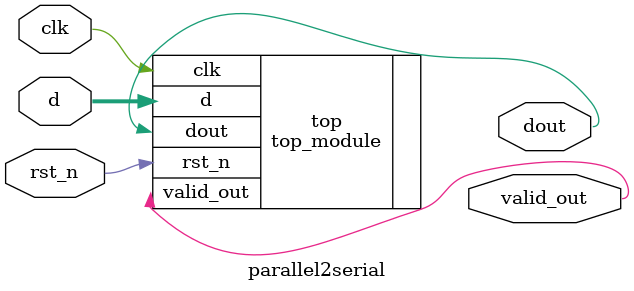
<source format=v>
module parallel2serial(
    input clk,
    input rst_n,
    input [3:0] d,
    output valid_out,
    output dout
);

top_module top(
    .clk(clk),
    .rst_n(rst_n),
    .d(d),
    .valid_out(valid_out),
    .dout(dout)
);

endmodule
</source>
